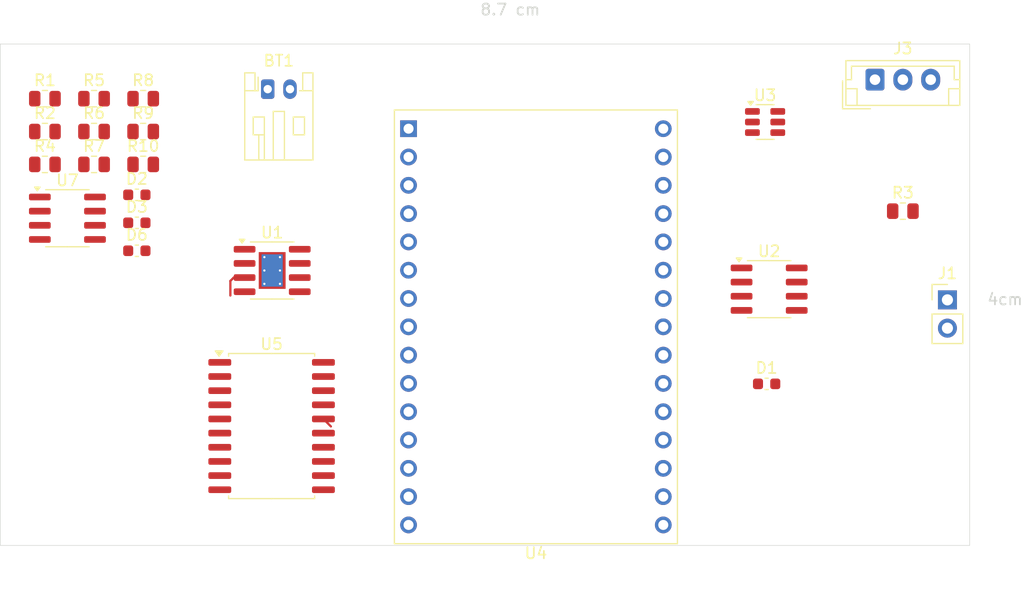
<source format=kicad_pcb>
(kicad_pcb (version 20241229) (generator "pcbnew") (generator_version "9.0")
  (layers (0 "F.Cu" signal) (2 "B.Cu" signal) (13 "F.Paste" user) (15 "B.Paste" user) (5 "F.SilkS" user "F.Silkscreen") (7 "B.SilkS" user "B.Silkscreen") (1 "F.Mask" user) (3 "B.Mask" user) (25 "Edge.Cuts" user))
  (net 0 "")
  (net 1 "Net-(D2-K)")
  (net 2 "Net-(D2-A)")
  (net 3 "Net-(D3-A)")
  (net 4 "Net-(D3-K)")
  (net 5 "Net-(D6-A)")
  (net 6 "Net-(U1-PROG)")
  (net 7 "Net-(U1-~{CHRG})")
  (net 15 "Net-(U4-5V-Pad13)")
  (net 23 "Net-(D4-K)")
  (net 24 "Net-(D5-K)")
  (net 28 "Net-(U1-~{STDBY})")
  (net 31 "Net-(U2A--)")
  (net 34 "Net-(R8-Pad2)")
  (net 36 "GND")
  (net 37 "Net-(BT1--)")
  (net 38 "Net-(U7A--)")
  (net 39 "Net-(D1-A)")
  (net 40 "Net-(J1-Pin_2)")
  (net 41 "Net-(J1-Pin_1)")
  (net 42 "Net-(U2A-+)")
  (net 43 "Net-(J3-Pin_1)")
  (net 44 "Net-(J3-Pin_2)")
  (net 45 "Net-(U4-IO19)")
  (net 46 "Net-(U3-VOUT)")
  (net 47 "Net-(U3-SCL)")
  (net 48 "Net-(U3-SDA)")
  (footprint "Resistor_SMD:R_0805_2012Metric" (layer "F.Cu") (at 84.825 150.355)
    (property "Reference" "R9" (at 0 -1.65 0) (layer "F.SilkS"))
    (property "Value" "R 10kΩ")
    (fp_line (start -0.227064 -0.735) (end 0.227064 -0.735) (stroke (width 0.12)) (layer "F.SilkS"))
    (fp_line (start -0.227064 0.735) (end 0.227064 0.735) (stroke (width 0.12)) (layer "F.SilkS"))
    (pad "1" smd roundrect (at -0.9125 0) (size 1.025 1.4) (layers "F.Cu" "F.Mask" "F.Paste") (roundrect_rratio 0.243902) (net 46 "Net-(U3-VOUT)"))
    (pad "2" smd roundrect (at 0.9125 0) (size 1.025 1.4) (layers "F.Cu" "F.Mask" "F.Paste") (roundrect_rratio 0.243902) (net 38 "Net-(U7A--)"))
  )
  (footprint "Resistor_SMD:R_0805_2012Metric" (layer "F.Cu") (at 80.415 147.405)
    (property "Reference" "R5" (at 0 -1.65 0) (layer "F.SilkS"))
    (property "Value" "R 4.7kΩ")
    (fp_line (start -0.227064 -0.735) (end 0.227064 -0.735) (stroke (width 0.12)) (layer "F.SilkS"))
    (fp_line (start -0.227064 0.735) (end 0.227064 0.735) (stroke (width 0.12)) (layer "F.SilkS"))
    (pad "1" smd roundrect (at -0.9125 0) (size 1.025 1.4) (layers "F.Cu" "F.Mask" "F.Paste") (roundrect_rratio 0.243902) (net 23 "Net-(D4-K)"))
    (pad "2" smd roundrect (at 0.9125 0) (size 1.025 1.4) (layers "F.Cu" "F.Mask" "F.Paste") (roundrect_rratio 0.243902) (net 7 "Net-(U1-~{CHRG})"))
  )
  (footprint "Capacitor_SMD:C_0603_1608Metric" (layer "F.Cu") (at 84.255 158.545)
    (property "Reference" "D3" (at 0 -1.43 0) (layer "F.SilkS"))
    (property "Value" "D_Capacitance 1nF")
    (fp_line (start -0.14058 -0.51) (end 0.14058 -0.51) (stroke (width 0.12)) (layer "F.SilkS"))
    (fp_line (start -0.14058 0.51) (end 0.14058 0.51) (stroke (width 0.12)) (layer "F.SilkS"))
    (pad "1" smd roundrect (at -0.775 0) (size 0.9 0.95) (layers "F.Cu" "F.Mask" "F.Paste") (net 4 "Net-(D3-K)"))
    (pad "2" smd roundrect (at 0.775 0) (size 0.9 0.95) (layers "F.Cu" "F.Mask" "F.Paste") (net 3 "Net-(D3-A)"))
  )
  (footprint "Connector_PinHeader_2.54mm:PinHeader_1x02_P2.54mm_Vertical" (layer "F.Cu") (at 157 165.46)
    (property "Reference" "J1" (at 0 -2.38 0) (layer "F.SilkS"))
    (property "Value" "Conn_01x02")
    (fp_line (start -1.38 -1.38) (end 0 -1.38) (stroke (width 0.12)) (layer "F.SilkS"))
    (fp_line (start -1.38 0) (end -1.38 -1.38) (stroke (width 0.12)) (layer "F.SilkS"))
    (fp_line (start -1.38 1.27) (end -1.38 3.92) (stroke (width 0.12)) (layer "F.SilkS"))
    (fp_line (start -1.38 1.27) (end 1.38 1.27) (stroke (width 0.12)) (layer "F.SilkS"))
    (fp_line (start -1.38 3.92) (end 1.38 3.92) (stroke (width 0.12)) (layer "F.SilkS"))
    (fp_line (start 1.38 1.27) (end 1.38 3.92) (stroke (width 0.12)) (layer "F.SilkS"))
    (pad "1" thru_hole rect (at 0 0) (size 1.7 1.7) (drill 1) (layers "*.Cu" "*.Mask") (net 41 "Net-(J1-Pin_1)"))
    (pad "2" thru_hole circle (at 0 2.54) (size 1.7 1.7) (drill 1) (layers "*.Cu" "*.Mask") (net 40 "Net-(J1-Pin_2)"))
  )
  (footprint "Resistor_SMD:R_0805_2012Metric" (layer "F.Cu") (at 153 157.5)
    (property "Reference" "R3" (at 0 -1.65 0) (layer "F.SilkS"))
    (property "Value" "R 10kΩ")
    (fp_line (start -0.227064 -0.735) (end 0.227064 -0.735) (stroke (width 0.12)) (layer "F.SilkS"))
    (fp_line (start -0.227064 0.735) (end 0.227064 0.735) (stroke (width 0.12)) (layer "F.SilkS"))
    (pad "1" smd roundrect (at -0.9125 0) (size 1.025 1.4) (layers "F.Cu" "F.Mask" "F.Paste") (roundrect_rratio 0.243902) (net 45 "Net-(U4-IO19)"))
    (pad "2" smd roundrect (at 0.9125 0) (size 1.025 1.4) (layers "F.Cu" "F.Mask" "F.Paste") (roundrect_rratio 0.243902) (net 39 "Net-(D1-A)"))
  )
  (footprint "Package_SO:SOIC-20W_7.5x12.8mm_P1.27mm" (layer "F.Cu") (at 96.35 176.785)
    (property "Reference" "U5" (at 0 -7.35 0) (layer "F.SilkS"))
    (property "Value" "AD8232ACPZ-R7")
    (fp_line (start -3.86 -6.51) (end -3.86 -6.275) (stroke (width 0.12)) (layer "F.SilkS"))
    (fp_line (start -3.86 6.51) (end -3.86 6.275) (stroke (width 0.12)) (layer "F.SilkS"))
    (fp_line (start 0 -6.51) (end -3.86 -6.51) (stroke (width 0.12)) (layer "F.SilkS"))
    (fp_line (start 0 -6.51) (end 3.86 -6.51) (stroke (width 0.12)) (layer "F.SilkS"))
    (fp_line (start 0 6.51) (end -3.86 6.51) (stroke (width 0.12)) (layer "F.SilkS"))
    (fp_line (start 0 6.51) (end 3.86 6.51) (stroke (width 0.12)) (layer "F.SilkS"))
    (fp_line (start 3.86 -6.51) (end 3.86 -6.275) (stroke (width 0.12)) (layer "F.SilkS"))
    (fp_line (start 3.86 6.51) (end 3.86 6.275) (stroke (width 0.12)) (layer "F.SilkS"))
    (fp_poly (pts (xy -4.7125 -6.275) (xy -5.0525 -6.745) (xy -4.3725 -6.745)) (stroke (width 0.12)) (fill yes) (layer "F.SilkS"))
    (pad "1" smd roundrect (at -4.65 -5.715) (size 2.05 0.6) (layers "F.Cu" "F.Mask" "F.Paste"))
    (pad "2" smd roundrect (at -4.65 -4.445) (size 2.05 0.6) (layers "F.Cu" "F.Mask" "F.Paste") (net 43 "Net-(J3-Pin_1)"))
    (pad "3" smd roundrect (at -4.65 -3.175) (size 2.05 0.6) (layers "F.Cu" "F.Mask" "F.Paste") (net 44 "Net-(J3-Pin_2)"))
    (pad "4" smd roundrect (at -4.65 -1.905) (size 2.05 0.6) (layers "F.Cu" "F.Mask" "F.Paste") (net 4 "Net-(D3-K)"))
    (pad "5" smd roundrect (at -4.65 -0.635) (size 2.05 0.6) (layers "F.Cu" "F.Mask" "F.Paste") (net 3 "Net-(D3-A)"))
    (pad "6" smd roundrect (at -4.65 0.635) (size 2.05 0.6) (layers "F.Cu" "F.Mask" "F.Paste"))
    (pad "7" smd roundrect (at -4.65 1.905) (size 2.05 0.6) (layers "F.Cu" "F.Mask" "F.Paste"))
    (pad "8" smd roundrect (at -4.65 3.175) (size 2.05 0.6) (layers "F.Cu" "F.Mask" "F.Paste") (net 2 "Net-(D2-A)"))
    (pad "9" smd roundrect (at -4.65 4.445) (size 2.05 0.6) (layers "F.Cu" "F.Mask" "F.Paste"))
    (pad "10" smd roundrect (at -4.65 5.715) (size 2.05 0.6) (layers "F.Cu" "F.Mask" "F.Paste") (net 45 "Net-(U4-IO19)"))
    (pad "11" smd roundrect (at 4.65 5.715) (size 2.05 0.6) (layers "F.Cu" "F.Mask" "F.Paste"))
    (pad "12" smd roundrect (at 4.65 4.445) (size 2.05 0.6) (layers "F.Cu" "F.Mask" "F.Paste"))
    (pad "13" smd roundrect (at 4.65 3.175) (size 2.05 0.6) (layers "F.Cu" "F.Mask" "F.Paste"))
    (pad "14" smd roundrect (at 4.65 1.905) (size 2.05 0.6) (layers "F.Cu" "F.Mask" "F.Paste") (net 2 "Net-(D2-A)"))
    (pad "15" smd roundrect (at 4.65 0.635) (size 2.05 0.6) (layers "F.Cu" "F.Mask" "F.Paste") (net 2 "Net-(D2-A)"))
    (pad "16" smd roundrect (at 4.65 -0.635) (size 2.05 0.6) (layers "F.Cu" "F.Mask" "F.Paste") (net 39 "Net-(D1-A)"))
    (pad "17" smd roundrect (at 4.65 -1.905) (size 2.05 0.6) (layers "F.Cu" "F.Mask" "F.Paste") (net 36 "GND"))
    (pad "18" smd roundrect (at 4.65 -3.175) (size 2.05 0.6) (layers "F.Cu" "F.Mask" "F.Paste") (net 5 "Net-(D6-A)"))
    (pad "19" smd roundrect (at 4.65 -4.445) (size 2.05 0.6) (layers "F.Cu" "F.Mask" "F.Paste"))
    (pad "20" smd roundrect (at 4.65 -5.715) (size 2.05 0.6) (layers "F.Cu" "F.Mask" "F.Paste"))
  )
  (footprint "Resistor_SMD:R_0805_2012Metric" (layer "F.Cu") (at 76.005 147.405)
    (property "Reference" "R1" (at 0 -1.65 0) (layer "F.SilkS"))
    (property "Value" "R 10MΩ")
    (fp_line (start -0.227064 -0.735) (end 0.227064 -0.735) (stroke (width 0.12)) (layer "F.SilkS"))
    (fp_line (start -0.227064 0.735) (end 0.227064 0.735) (stroke (width 0.12)) (layer "F.SilkS"))
    (pad "1" smd roundrect (at -0.9125 0) (size 1.025 1.4) (layers "F.Cu" "F.Mask" "F.Paste") (roundrect_rratio 0.243902) (net 44 "Net-(J3-Pin_2)"))
    (pad "2" smd roundrect (at 0.9125 0) (size 1.025 1.4) (layers "F.Cu" "F.Mask" "F.Paste") (roundrect_rratio 0.243902) (net 1 "Net-(D2-K)"))
  )
  (footprint "Resistor_SMD:R_0805_2012Metric" (layer "F.Cu") (at 80.415 150.355)
    (property "Reference" "R6" (at 0 -1.65 0) (layer "F.SilkS"))
    (property "Value" "R 10kΩ")
    (fp_line (start -0.227064 -0.735) (end 0.227064 -0.735) (stroke (width 0.12)) (layer "F.SilkS"))
    (fp_line (start -0.227064 0.735) (end 0.227064 0.735) (stroke (width 0.12)) (layer "F.SilkS"))
    (pad "1" smd roundrect (at -0.9125 0) (size 1.025 1.4) (layers "F.Cu" "F.Mask" "F.Paste") (roundrect_rratio 0.243902) (net 24 "Net-(D5-K)"))
    (pad "2" smd roundrect (at 0.9125 0) (size 1.025 1.4) (layers "F.Cu" "F.Mask" "F.Paste") (roundrect_rratio 0.243902) (net 28 "Net-(U1-~{STDBY})"))
  )
  (footprint "Capacitor_SMD:C_0603_1608Metric" (layer "F.Cu") (at 140.775 173)
    (property "Reference" "D1" (at 0 -1.43 0) (layer "F.SilkS"))
    (property "Value" "D_Capacitance 1µF")
    (fp_line (start -0.14058 -0.51) (end 0.14058 -0.51) (stroke (width 0.12)) (layer "F.SilkS"))
    (fp_line (start -0.14058 0.51) (end 0.14058 0.51) (stroke (width 0.12)) (layer "F.SilkS"))
    (pad "1" smd roundrect (at -0.775 0) (size 0.9 0.95) (layers "F.Cu" "F.Mask" "F.Paste") (net 36 "GND"))
    (pad "2" smd roundrect (at 0.775 0) (size 0.9 0.95) (layers "F.Cu" "F.Mask" "F.Paste") (net 39 "Net-(D1-A)"))
  )
  (footprint "Package_SO:SOIC-8-1EP_3.9x4.9mm_P1.27mm_EP2.41x3.3mm_ThermalVias" (layer "F.Cu") (at 96.4 162.825)
    (property "Reference" "U1" (at 0 -3.4 0) (layer "F.SilkS"))
    (property "Value" "TP4056-42-ESOP8")
    (fp_line (start 0 -2.56) (end -1.95 -2.56) (stroke (width 0.12)) (layer "F.SilkS"))
    (fp_line (start 0 -2.56) (end 1.95 -2.56) (stroke (width 0.12)) (layer "F.SilkS"))
    (fp_line (start 0 2.56) (end -1.95 2.56) (stroke (width 0.12)) (layer "F.SilkS"))
    (fp_line (start 0 2.56) (end 1.95 2.56) (stroke (width 0.12)) (layer "F.SilkS"))
    (fp_poly (pts (xy -2.7 -2.465) (xy -2.94 -2.795) (xy -2.46 -2.795)) (stroke (width 0.12)) (fill yes) (layer "F.SilkS"))
    (pad "1" smd roundrect (at -2.475 -1.905) (size 1.95 0.6) (layers "F.Cu" "F.Mask" "F.Paste") (net 37 "Net-(BT1--)"))
    (pad "2" smd roundrect (at -2.475 -0.635) (size 1.95 0.6) (layers "F.Cu" "F.Mask" "F.Paste") (net 6 "Net-(U1-PROG)"))
    (pad "3" smd roundrect (at -2.475 0.635) (size 1.95 0.6) (layers "F.Cu" "F.Mask" "F.Paste") (net 36 "GND"))
    (pad "4" smd roundrect (at -2.475 1.905) (size 1.95 0.6) (layers "F.Cu" "F.Mask" "F.Paste") (net 36 "GND"))
    (pad "5" smd roundrect (at 2.475 1.905) (size 1.95 0.6) (layers "F.Cu" "F.Mask" "F.Paste") (net 36 "GND"))
    (pad "6" smd roundrect (at 2.475 0.635) (size 1.95 0.6) (layers "F.Cu" "F.Mask" "F.Paste") (net 28 "Net-(U1-~{STDBY})"))
    (pad "7" smd roundrect (at 2.475 -0.635) (size 1.95 0.6) (layers "F.Cu" "F.Mask" "F.Paste") (net 7 "Net-(U1-~{CHRG})"))
    (pad "8" smd roundrect (at 2.475 -1.905) (size 1.95 0.6) (layers "F.Cu" "F.Mask" "F.Paste") (net 36 "GND"))
    (pad "9" thru_hole circle (at -0.7 -1.2) (size 0.5 0.5) (drill 0.2) (property pad_prop_heatsink) (layers "*.Cu") (net 36 "GND"))
    (pad "9" thru_hole circle (at -0.7 0) (size 0.5 0.5) (drill 0.2) (property pad_prop_heatsink) (layers "*.Cu") (net 36 "GND"))
    (pad "9" thru_hole circle (at -0.7 1.2) (size 0.5 0.5) (drill 0.2) (property pad_prop_heatsink) (layers "*.Cu") (net 36 "GND"))
    (pad "9" smd rect (at 0 0) (size 1.9 2.9) (property pad_prop_heatsink) (layers "B.Cu") (net 36 "GND"))
    (pad "9" smd rect (at 0 0) (size 2.41 3.3) (property pad_prop_heatsink) (layers "F.Cu" "F.Mask") (net 36 "GND"))
    (pad "9" thru_hole circle (at 0.7 -1.2) (size 0.5 0.5) (drill 0.2) (property pad_prop_heatsink) (layers "*.Cu") (net 36 "GND"))
    (pad "9" thru_hole circle (at 0.7 0) (size 0.5 0.5) (drill 0.2) (property pad_prop_heatsink) (layers "*.Cu") (net 36 "GND"))
    (pad "9" thru_hole circle (at 0.7 1.2) (size 0.5 0.5) (drill 0.2) (property pad_prop_heatsink) (layers "*.Cu") (net 36 "GND"))
  )
  (footprint "Capacitor_SMD:C_0603_1608Metric" (layer "F.Cu") (at 84.255 161.055)
    (property "Reference" "D6" (at 0 -1.43 0) (layer "F.SilkS"))
    (property "Value" "D_Capacitance 0.1µF")
    (fp_line (start -0.14058 -0.51) (end 0.14058 -0.51) (stroke (width 0.12)) (layer "F.SilkS"))
    (fp_line (start -0.14058 0.51) (end 0.14058 0.51) (stroke (width 0.12)) (layer "F.SilkS"))
    (pad "1" smd roundrect (at -0.775 0) (size 0.9 0.95) (layers "F.Cu" "F.Mask" "F.Paste") (net 1 "Net-(D2-K)"))
    (pad "2" smd roundrect (at 0.775 0) (size 0.9 0.95) (layers "F.Cu" "F.Mask" "F.Paste") (net 5 "Net-(D6-A)"))
  )
  (footprint "Package_TO_SOT_SMD:SOT-23-6" (layer "F.Cu") (at 140.6375 149.5)
    (property "Reference" "U3" (at 0 -2.4 0) (layer "F.SilkS"))
    (property "Value" "MCP4725xxx-xCH")
    (fp_line (start 0 -1.56) (end -0.8 -1.56) (stroke (width 0.12)) (layer "F.SilkS"))
    (fp_line (start 0 -1.56) (end 0.8 -1.56) (stroke (width 0.12)) (layer "F.SilkS"))
    (fp_line (start 0 1.56) (end -0.8 1.56) (stroke (width 0.12)) (layer "F.SilkS"))
    (fp_line (start 0 1.56) (end 0.8 1.56) (stroke (width 0.12)) (layer "F.SilkS"))
    (fp_poly (pts (xy -1.3 -1.51) (xy -1.54 -1.84) (xy -1.06 -1.84)) (stroke (width 0.12)) (fill yes) (layer "F.SilkS"))
    (pad "1" smd roundrect (at -1.1375 -0.95) (size 1.325 0.6) (layers "F.Cu" "F.Mask" "F.Paste") (net 46 "Net-(U3-VOUT)"))
    (pad "2" smd roundrect (at -1.1375 0) (size 1.325 0.6) (layers "F.Cu" "F.Mask" "F.Paste") (net 36 "GND"))
    (pad "3" smd roundrect (at -1.1375 0.95) (size 1.325 0.6) (layers "F.Cu" "F.Mask" "F.Paste") (net 36 "GND"))
    (pad "4" smd roundrect (at 1.1375 0.95) (size 1.325 0.6) (layers "F.Cu" "F.Mask" "F.Paste") (net 48 "Net-(U3-SDA)"))
    (pad "5" smd roundrect (at 1.1375 0) (size 1.325 0.6) (layers "F.Cu" "F.Mask" "F.Paste") (net 47 "Net-(U3-SCL)"))
    (pad "6" smd roundrect (at 1.1375 -0.95) (size 1.325 0.6) (layers "F.Cu" "F.Mask" "F.Paste") (net 36 "GND"))
  )
  (footprint "Package_SO:SOIC-8_3.9x4.9mm_P1.27mm" (layer "F.Cu") (at 78.025 158.135)
    (property "Reference" "U7" (at 0 -3.4 0) (layer "F.SilkS"))
    (property "Value" "TLV9062")
    (fp_line (start 0 -2.56) (end -1.95 -2.56) (stroke (width 0.12)) (layer "F.SilkS"))
    (fp_line (start 0 -2.56) (end 1.95 -2.56) (stroke (width 0.12)) (layer "F.SilkS"))
    (fp_line (start 0 2.56) (end -1.95 2.56) (stroke (width 0.12)) (layer "F.SilkS"))
    (fp_line (start 0 2.56) (end 1.95 2.56) (stroke (width 0.12)) (layer "F.SilkS"))
    (fp_poly (pts (xy -2.7 -2.465) (xy -2.94 -2.795) (xy -2.46 -2.795)) (stroke (width 0.12)) (fill yes) (layer "F.SilkS"))
    (pad "1" smd roundrect (at -2.475 -1.905) (size 1.95 0.6) (layers "F.Cu" "F.Mask" "F.Paste") (net 34 "Net-(R8-Pad2)"))
    (pad "2" smd roundrect (at -2.475 -0.635) (size 1.95 0.6) (layers "F.Cu" "F.Mask" "F.Paste") (net 38 "Net-(U7A--)"))
    (pad "3" smd roundrect (at -2.475 0.635) (size 1.95 0.6) (layers "F.Cu" "F.Mask" "F.Paste") (net 36 "GND"))
    (pad "4" smd roundrect (at -2.475 1.905) (size 1.95 0.6) (layers "F.Cu" "F.Mask" "F.Paste"))
    (pad "5" smd roundrect (at 2.475 1.905) (size 1.95 0.6) (layers "F.Cu" "F.Mask" "F.Paste"))
    (pad "6" smd roundrect (at 2.475 0.635) (size 1.95 0.6) (layers "F.Cu" "F.Mask" "F.Paste"))
    (pad "7" smd roundrect (at 2.475 -0.635) (size 1.95 0.6) (layers "F.Cu" "F.Mask" "F.Paste"))
    (pad "8" smd roundrect (at 2.475 -1.905) (size 1.95 0.6) (layers "F.Cu" "F.Mask" "F.Paste"))
  )
  (footprint "Resistor_SMD:R_0805_2012Metric" (layer "F.Cu") (at 84.825 153.305)
    (property "Reference" "R10" (at 0 -1.65 0) (layer "F.SilkS"))
    (property "Value" "R 10kΩ")
    (fp_line (start -0.227064 -0.735) (end 0.227064 -0.735) (stroke (width 0.12)) (layer "F.SilkS"))
    (fp_line (start -0.227064 0.735) (end 0.227064 0.735) (stroke (width 0.12)) (layer "F.SilkS"))
    (pad "1" smd roundrect (at -0.9125 0) (size 1.025 1.4) (layers "F.Cu" "F.Mask" "F.Paste") (roundrect_rratio 0.243902) (net 46 "Net-(U3-VOUT)"))
    (pad "2" smd roundrect (at 0.9125 0) (size 1.025 1.4) (layers "F.Cu" "F.Mask" "F.Paste") (roundrect_rratio 0.243902) (net 42 "Net-(U2A-+)"))
  )
  (footprint "Resistor_SMD:R_0805_2012Metric" (layer "F.Cu") (at 76.005 150.355)
    (property "Reference" "R2" (at 0 -1.65 0) (layer "F.SilkS"))
    (property "Value" "R 1.2kΩ")
    (fp_line (start -0.227064 -0.735) (end 0.227064 -0.735) (stroke (width 0.12)) (layer "F.SilkS"))
    (fp_line (start -0.227064 0.735) (end 0.227064 0.735) (stroke (width 0.12)) (layer "F.SilkS"))
    (pad "1" smd roundrect (at -0.9125 0) (size 1.025 1.4) (layers "F.Cu" "F.Mask" "F.Paste") (roundrect_rratio 0.243902) (net 6 "Net-(U1-PROG)"))
    (pad "2" smd roundrect (at 0.9125 0) (size 1.025 1.4) (layers "F.Cu" "F.Mask" "F.Paste") (roundrect_rratio 0.243902) (net 36 "GND"))
  )
  (footprint "Resistor_SMD:R_0805_2012Metric" (layer "F.Cu") (at 80.415 153.305)
    (property "Reference" "R7" (at 0 -1.65 0) (layer "F.SilkS"))
    (property "Value" "R 1kΩ")
    (fp_line (start -0.227064 -0.735) (end 0.227064 -0.735) (stroke (width 0.12)) (layer "F.SilkS"))
    (fp_line (start -0.227064 0.735) (end 0.227064 0.735) (stroke (width 0.12)) (layer "F.SilkS"))
    (pad "1" smd roundrect (at -0.9125 0) (size 1.025 1.4) (layers "F.Cu" "F.Mask" "F.Paste") (roundrect_rratio 0.243902) (net 40 "Net-(J1-Pin_2)"))
    (pad "2" smd roundrect (at 0.9125 0) (size 1.025 1.4) (layers "F.Cu" "F.Mask" "F.Paste") (roundrect_rratio 0.243902) (net 31 "Net-(U2A--)"))
  )
  (footprint "RF_Module:ESP32-C3-DevKitM-1" (layer "F.Cu") (at 108.64 150.1)
    (property "Reference" "U4" (at 11.43 38.1 0) (layer "F.SilkS"))
    (property "Value" "ESP32-C3-DevKitM-1")
    (fp_line (start -1.27 -1.68) (end 24.13 -1.68) (stroke (width 0.12)) (layer "F.SilkS"))
    (fp_line (start -1.27 37.24) (end -1.27 -1.68) (stroke (width 0.12)) (layer "F.SilkS"))
    (fp_line (start 24.13 -1.68) (end 24.13 37.24) (stroke (width 0.12)) (layer "F.SilkS"))
    (fp_line (start 24.13 37.24) (end -1.27 37.24) (stroke (width 0.12)) (layer "F.SilkS"))
    (pad "1" thru_hole rect (at 0 0) (size 1.5 1.5) (drill 0.9) (layers "*.Cu" "*.Mask") (net 36 "GND"))
    (pad "2" thru_hole circle (at 0 2.54) (size 1.5 1.5) (drill 0.9) (layers "*.Cu" "*.Mask") (net 36 "GND"))
    (pad "3" thru_hole circle (at 0 5.08) (size 1.5 1.5) (drill 0.9) (layers "*.Cu" "*.Mask") (net 36 "GND"))
    (pad "4" thru_hole circle (at 0 7.62) (size 1.5 1.5) (drill 0.9) (layers "*.Cu" "*.Mask"))
    (pad "5" thru_hole circle (at 0 10.16) (size 1.5 1.5) (drill 0.9) (layers "*.Cu" "*.Mask"))
    (pad "6" thru_hole circle (at 0 12.7) (size 1.5 1.5) (drill 0.9) (layers "*.Cu" "*.Mask") (net 36 "GND"))
    (pad "7" thru_hole circle (at 0 15.24) (size 1.5 1.5) (drill 0.9) (layers "*.Cu" "*.Mask"))
    (pad "8" thru_hole circle (at 0 17.78) (size 1.5 1.5) (drill 0.9) (layers "*.Cu" "*.Mask") (net 36 "GND"))
    (pad "9" thru_hole circle (at 0 20.32) (size 1.5 1.5) (drill 0.9) (layers "*.Cu" "*.Mask"))
    (pad "10" thru_hole circle (at 0 22.86) (size 1.5 1.5) (drill 0.9) (layers "*.Cu" "*.Mask"))
    (pad "11" thru_hole circle (at 0 25.4) (size 1.5 1.5) (drill 0.9) (layers "*.Cu" "*.Mask"))
    (pad "12" thru_hole circle (at 0 27.94) (size 1.5 1.5) (drill 0.9) (layers "*.Cu" "*.Mask") (net 36 "GND"))
    (pad "13" thru_hole circle (at 0 30.48) (size 1.5 1.5) (drill 0.9) (layers "*.Cu" "*.Mask") (net 15 "Net-(U4-5V-Pad13)"))
    (pad "14" thru_hole circle (at 0 33.02) (size 1.5 1.5) (drill 0.9) (layers "*.Cu" "*.Mask") (net 15 "Net-(U4-5V-Pad13)"))
    (pad "15" thru_hole circle (at 0 35.56) (size 1.5 1.5) (drill 0.9) (layers "*.Cu" "*.Mask") (net 36 "GND"))
    (pad "16" thru_hole circle (at 22.86 35.56) (size 1.5 1.5) (drill 0.9) (layers "*.Cu" "*.Mask") (net 36 "GND"))
    (pad "17" thru_hole circle (at 22.86 33.02) (size 1.5 1.5) (drill 0.9) (layers "*.Cu" "*.Mask") (net 45 "Net-(U4-IO19)"))
    (pad "18" thru_hole circle (at 22.86 30.48) (size 1.5 1.5) (drill 0.9) (layers "*.Cu" "*.Mask"))
    (pad "19" thru_hole circle (at 22.86 27.94) (size 1.5 1.5) (drill 0.9) (layers "*.Cu" "*.Mask") (net 36 "GND"))
    (pad "20" thru_hole circle (at 22.86 25.4) (size 1.5 1.5) (drill 0.9) (layers "*.Cu" "*.Mask") (net 47 "Net-(U3-SCL)"))
    (pad "21" thru_hole circle (at 22.86 22.86) (size 1.5 1.5) (drill 0.9) (layers "*.Cu" "*.Mask") (net 48 "Net-(U3-SDA)"))
    (pad "22" thru_hole circle (at 22.86 20.32) (size 1.5 1.5) (drill 0.9) (layers "*.Cu" "*.Mask"))
    (pad "23" thru_hole circle (at 22.86 17.78) (size 1.5 1.5) (drill 0.9) (layers "*.Cu" "*.Mask"))
    (pad "24" thru_hole circle (at 22.86 15.24) (size 1.5 1.5) (drill 0.9) (layers "*.Cu" "*.Mask") (net 36 "GND"))
    (pad "25" thru_hole circle (at 22.86 12.7) (size 1.5 1.5) (drill 0.9) (layers "*.Cu" "*.Mask"))
    (pad "26" thru_hole circle (at 22.86 10.16) (size 1.5 1.5) (drill 0.9) (layers "*.Cu" "*.Mask"))
    (pad "27" thru_hole circle (at 22.86 7.62) (size 1.5 1.5) (drill 0.9) (layers "*.Cu" "*.Mask") (net 36 "GND"))
    (pad "28" thru_hole circle (at 22.86 5.08) (size 1.5 1.5) (drill 0.9) (layers "*.Cu" "*.Mask"))
    (pad "29" thru_hole circle (at 22.86 2.54) (size 1.5 1.5) (drill 0.9) (layers "*.Cu" "*.Mask"))
    (pad "30" thru_hole circle (at 22.86 0) (size 1.5 1.5) (drill 0.9) (layers "*.Cu" "*.Mask") (net 36 "GND"))
  )
  (footprint "Connector_JST:JST_EH_B3B-EH-A_1x03_P2.50mm_Vertical" (layer "F.Cu") (at 150.5 145.7)
    (property "Reference" "J3" (at 2.5 -2.8 0) (layer "F.SilkS"))
    (property "Value" "Conn_01x03_Pin")
    (fp_line (start -2.91 0.11) (end -2.91 2.61) (stroke (width 0.12)) (layer "F.SilkS"))
    (fp_line (start -2.91 2.61) (end -0.41 2.61) (stroke (width 0.12)) (layer "F.SilkS"))
    (fp_line (start -2.61 -1.71) (end -2.61 2.31) (stroke (width 0.12)) (layer "F.SilkS"))
    (fp_line (start -2.61 0) (end -2.11 0) (stroke (width 0.12)) (layer "F.SilkS"))
    (fp_line (start -2.61 0.81) (end -1.61 0.81) (stroke (width 0.12)) (layer "F.SilkS"))
    (fp_line (start -2.61 2.31) (end 7.61 2.31) (stroke (width 0.12)) (layer "F.SilkS"))
    (fp_line (start -2.11 -1.21) (end 7.11 -1.21) (stroke (width 0.12)) (layer "F.SilkS"))
    (fp_line (start -2.11 0) (end -2.11 -1.21) (stroke (width 0.12)) (layer "F.SilkS"))
    (fp_line (start -1.61 0.81) (end -1.61 2.31) (stroke (width 0.12)) (layer "F.SilkS"))
    (fp_line (start 6.61 0.81) (end 6.61 2.31) (stroke (width 0.12)) (layer "F.SilkS"))
    (fp_line (start 7.11 -1.21) (end 7.11 0) (stroke (width 0.12)) (layer "F.SilkS"))
    (fp_line (start 7.11 0) (end 7.61 0) (stroke (width 0.12)) (layer "F.SilkS"))
    (fp_line (start 7.61 -1.71) (end -2.61 -1.71) (stroke (width 0.12)) (layer "F.SilkS"))
    (fp_line (start 7.61 0.81) (end 6.61 0.81) (stroke (width 0.12)) (layer "F.SilkS"))
    (fp_line (start 7.61 2.31) (end 7.61 -1.71) (stroke (width 0.12)) (layer "F.SilkS"))
    (pad "1" thru_hole roundrect (at 0 0) (size 1.7 1.95) (drill 0.95) (layers "*.Cu" "*.Mask") (roundrect_rratio 0.147059) (net 43 "Net-(J3-Pin_1)"))
    (pad "2" thru_hole oval (at 2.5 0) (size 1.7 1.95) (drill 0.95) (layers "*.Cu" "*.Mask") (net 44 "Net-(J3-Pin_2)"))
    (pad "3" thru_hole oval (at 5 0) (size 1.7 1.95) (drill 0.95) (layers "*.Cu" "*.Mask") (net 1 "Net-(D2-K)"))
  )
  (footprint "Capacitor_SMD:C_0603_1608Metric" (layer "F.Cu") (at 84.255 156.035)
    (property "Reference" "D2" (at 0 -1.43 0) (layer "F.SilkS"))
    (property "Value" "D_Capacitance 0.1µF")
    (fp_line (start -0.14058 -0.51) (end 0.14058 -0.51) (stroke (width 0.12)) (layer "F.SilkS"))
    (fp_line (start -0.14058 0.51) (end 0.14058 0.51) (stroke (width 0.12)) (layer "F.SilkS"))
    (pad "1" smd roundrect (at -0.775 0) (size 0.9 0.95) (layers "F.Cu" "F.Mask" "F.Paste") (net 1 "Net-(D2-K)"))
    (pad "2" smd roundrect (at 0.775 0) (size 0.9 0.95) (layers "F.Cu" "F.Mask" "F.Paste") (net 2 "Net-(D2-A)"))
  )
  (footprint "Resistor_SMD:R_0805_2012Metric" (layer "F.Cu") (at 76.005 153.305)
    (property "Reference" "R4" (at 0 -1.65 0) (layer "F.SilkS"))
    (property "Value" "R 10MΩ")
    (fp_line (start -0.227064 -0.735) (end 0.227064 -0.735) (stroke (width 0.12)) (layer "F.SilkS"))
    (fp_line (start -0.227064 0.735) (end 0.227064 0.735) (stroke (width 0.12)) (layer "F.SilkS"))
    (pad "1" smd roundrect (at -0.9125 0) (size 1.025 1.4) (layers "F.Cu" "F.Mask" "F.Paste") (roundrect_rratio 0.243902) (net 43 "Net-(J3-Pin_1)"))
    (pad "2" smd roundrect (at 0.9125 0) (size 1.025 1.4) (layers "F.Cu" "F.Mask" "F.Paste") (roundrect_rratio 0.243902) (net 1 "Net-(D2-K)"))
  )
  (footprint "Resistor_SMD:R_0805_2012Metric" (layer "F.Cu") (at 84.825 147.405)
    (property "Reference" "R8" (at 0 -1.65 0) (layer "F.SilkS"))
    (property "Value" "R 1kΩ")
    (fp_line (start -0.227064 -0.735) (end 0.227064 -0.735) (stroke (width 0.12)) (layer "F.SilkS"))
    (fp_line (start -0.227064 0.735) (end 0.227064 0.735) (stroke (width 0.12)) (layer "F.SilkS"))
    (pad "1" smd roundrect (at -0.9125 0) (size 1.025 1.4) (layers "F.Cu" "F.Mask" "F.Paste") (roundrect_rratio 0.243902) (net 41 "Net-(J1-Pin_1)"))
    (pad "2" smd roundrect (at 0.9125 0) (size 1.025 1.4) (layers "F.Cu" "F.Mask" "F.Paste") (roundrect_rratio 0.243902) (net 34 "Net-(R8-Pad2)"))
  )
  (footprint "Package_SO:SOIC-8_3.9x4.9mm_P1.27mm" (layer "F.Cu") (at 141 164.5)
    (property "Reference" "U2" (at 0 -3.4 0) (layer "F.SilkS"))
    (property "Value" "TLV9062")
    (fp_line (start 0 -2.56) (end -1.95 -2.56) (stroke (width 0.12)) (layer "F.SilkS"))
    (fp_line (start 0 -2.56) (end 1.95 -2.56) (stroke (width 0.12)) (layer "F.SilkS"))
    (fp_line (start 0 2.56) (end -1.95 2.56) (stroke (width 0.12)) (layer "F.SilkS"))
    (fp_line (start 0 2.56) (end 1.95 2.56) (stroke (width 0.12)) (layer "F.SilkS"))
    (fp_poly (pts (xy -2.7 -2.465) (xy -2.94 -2.795) (xy -2.46 -2.795)) (stroke (width 0.12)) (fill yes) (layer "F.SilkS"))
    (pad "1" smd roundrect (at -2.475 -1.905) (size 1.95 0.6) (layers "F.Cu" "F.Mask" "F.Paste") (net 31 "Net-(U2A--)"))
    (pad "2" smd roundrect (at -2.475 -0.635) (size 1.95 0.6) (layers "F.Cu" "F.Mask" "F.Paste") (net 31 "Net-(U2A--)"))
    (pad "3" smd roundrect (at -2.475 0.635) (size 1.95 0.6) (layers "F.Cu" "F.Mask" "F.Paste") (net 42 "Net-(U2A-+)"))
    (pad "4" smd roundrect (at -2.475 1.905) (size 1.95 0.6) (layers "F.Cu" "F.Mask" "F.Paste"))
    (pad "5" smd roundrect (at 2.475 1.905) (size 1.95 0.6) (layers "F.Cu" "F.Mask" "F.Paste"))
    (pad "6" smd roundrect (at 2.475 0.635) (size 1.95 0.6) (layers "F.Cu" "F.Mask" "F.Paste"))
    (pad "7" smd roundrect (at 2.475 -0.635) (size 1.95 0.6) (layers "F.Cu" "F.Mask" "F.Paste"))
    (pad "8" smd roundrect (at 2.475 -1.905) (size 1.95 0.6) (layers "F.Cu" "F.Mask" "F.Paste"))
  )
  (footprint "Connector_JST:JST_PH_S2B-PH-K_1x02_P2.00mm_Horizontal" (layer "F.Cu") (at 96 146.55)
    (property "Reference" "BT1" (at 1 -2.55 0) (layer "F.SilkS"))
    (property "Value" "Battery_Cell")
    (fp_line (start -2.06 -1.46) (end -2.06 6.36) (stroke (width 0.12)) (layer "F.SilkS"))
    (fp_line (start -2.06 0.14) (end -1.14 0.14) (stroke (width 0.12)) (layer "F.SilkS"))
    (fp_line (start -2.06 6.36) (end 4.06 6.36) (stroke (width 0.12)) (layer "F.SilkS"))
    (fp_line (start -1.3 2.5) (end -1.3 4.1) (stroke (width 0.12)) (layer "F.SilkS"))
    (fp_line (start -1.3 4.1) (end -0.3 4.1) (stroke (width 0.12)) (layer "F.SilkS"))
    (fp_line (start -1.14 -1.46) (end -2.06 -1.46) (stroke (width 0.12)) (layer "F.SilkS"))
    (fp_line (start -1.14 0.14) (end -1.14 -1.46) (stroke (width 0.12)) (layer "F.SilkS"))
    (fp_line (start -0.86 0.14) (end -1.14 0.14) (stroke (width 0.12)) (layer "F.SilkS"))
    (fp_line (start -0.86 0.14) (end -0.86 -1.075) (stroke (width 0.12)) (layer "F.SilkS"))
    (fp_line (start -0.8 4.1) (end -0.8 6.36) (stroke (width 0.12)) (layer "F.SilkS"))
    (fp_line (start -0.3 2.5) (end -1.3 2.5) (stroke (width 0.12)) (layer "F.SilkS"))
    (fp_line (start -0.3 4.1) (end -0.3 2.5) (stroke (width 0.12)) (layer "F.SilkS"))
    (fp_line (start -0.3 4.1) (end -0.3 6.36) (stroke (width 0.12)) (layer "F.SilkS"))
    (fp_line (start 0.5 2) (end 1.5 2) (stroke (width 0.12)) (layer "F.SilkS"))
    (fp_line (start 0.5 6.36) (end 0.5 2) (stroke (width 0.12)) (layer "F.SilkS"))
    (fp_line (start 1.5 2) (end 1.5 6.36) (stroke (width 0.12)) (layer "F.SilkS"))
    (fp_line (start 2.3 2.5) (end 3.3 2.5) (stroke (width 0.12)) (layer "F.SilkS"))
    (fp_line (start 2.3 4.1) (end 2.3 2.5) (stroke (width 0.12)) (layer "F.SilkS"))
    (fp_line (start 3.14 -1.46) (end 3.14 0.14) (stroke (width 0.12)) (layer "F.SilkS"))
    (fp_line (start 3.14 0.14) (end 2.86 0.14) (stroke (width 0.12)) (layer "F.SilkS"))
    (fp_line (start 3.3 2.5) (end 3.3 4.1) (stroke (width 0.12)) (layer "F.SilkS"))
    (fp_line (start 3.3 4.1) (end 2.3 4.1) (stroke (width 0.12)) (layer "F.SilkS"))
    (fp_line (start 4.06 -1.46) (end 3.14 -1.46) (stroke (width 0.12)) (layer "F.SilkS"))
    (fp_line (start 4.06 0.14) (end 3.14 0.14) (stroke (width 0.12)) (layer "F.SilkS"))
    (fp_line (start 4.06 6.36) (end 4.06 -1.46) (stroke (width 0.12)) (layer "F.SilkS"))
    (pad "1" thru_hole roundrect (at 0 0) (size 1.2 1.75) (drill 0.75) (layers "*.Cu" "*.Mask") (roundrect_rratio 0.208333) (net 36 "GND"))
    (pad "2" thru_hole oval (at 2 0) (size 1.2 1.75) (drill 0.75) (layers "*.Cu" "*.Mask") (net 37 "Net-(BT1--)"))
  )
  (gr_rect (start 72 142.5) (end 159 187.5) (stroke (width 0.05)) (fill no) (layer "Edge.Cuts"))
  (gr_text "8.7 cm" (at 115 140 0) (layer "Edge.Cuts") (effects (font (size 1 1)) (justify left bottom)))
  (gr_text "4cm" (at 160.5 166 0) (layer "Edge.Cuts") (effects (font (size 1 1)) (justify left bottom)))
  (segment (start 92.950001 163.46) (end 92.649 163.761001) (width 0.2) (layer "F.Cu") (net 36))
  (segment (start 92.649 163.761001) (end 92.649 165.070968) (width 0.2) (layer "F.Cu") (net 36))
  (segment (start 93.925 163.46) (end 92.950001 163.46) (width 0.2) (layer "F.Cu") (net 36))
  (segment (start 98 146.55) (end 98 146.5) (width 0.2) (layer "F.Cu") (net 37))
  (segment (start 101.669 176.819) (end 101 176.15) (width 0.2) (layer "F.Cu") (net 39))
)
</source>
